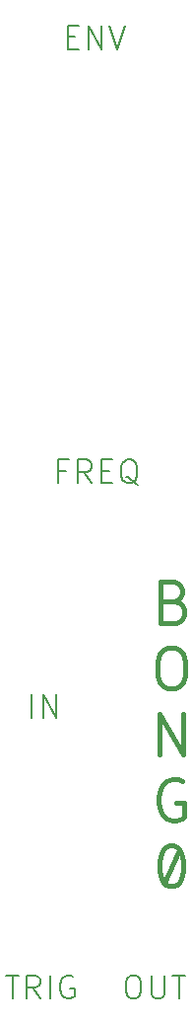
<source format=gbr>
G04 #@! TF.GenerationSoftware,KiCad,Pcbnew,(5.1.5-0)*
G04 #@! TF.CreationDate,2021-01-20T00:49:02-08:00*
G04 #@! TF.ProjectId,bong0,626f6e67-302e-46b6-9963-61645f706362,rev?*
G04 #@! TF.SameCoordinates,Original*
G04 #@! TF.FileFunction,Legend,Top*
G04 #@! TF.FilePolarity,Positive*
%FSLAX46Y46*%
G04 Gerber Fmt 4.6, Leading zero omitted, Abs format (unit mm)*
G04 Created by KiCad (PCBNEW (5.1.5-0)) date 2021-01-20 00:49:02*
%MOMM*%
%LPD*%
G04 APERTURE LIST*
%ADD10C,0.400000*%
%ADD11C,0.200000*%
G04 APERTURE END LIST*
D10*
X15600000Y-83800000D02*
X16800000Y-81200000D01*
D11*
X1952380Y-91704761D02*
X3095238Y-91704761D01*
X2523809Y-93704761D02*
X2523809Y-91704761D01*
X4904761Y-93704761D02*
X4238095Y-92752380D01*
X3761904Y-93704761D02*
X3761904Y-91704761D01*
X4523809Y-91704761D01*
X4714285Y-91800000D01*
X4809523Y-91895238D01*
X4904761Y-92085714D01*
X4904761Y-92371428D01*
X4809523Y-92561904D01*
X4714285Y-92657142D01*
X4523809Y-92752380D01*
X3761904Y-92752380D01*
X5761904Y-93704761D02*
X5761904Y-91704761D01*
X7761904Y-91800000D02*
X7571428Y-91704761D01*
X7285714Y-91704761D01*
X7000000Y-91800000D01*
X6809523Y-91990476D01*
X6714285Y-92180952D01*
X6619047Y-92561904D01*
X6619047Y-92847619D01*
X6714285Y-93228571D01*
X6809523Y-93419047D01*
X7000000Y-93609523D01*
X7285714Y-93704761D01*
X7476190Y-93704761D01*
X7761904Y-93609523D01*
X7857142Y-93514285D01*
X7857142Y-92847619D01*
X7476190Y-92847619D01*
D10*
X16450000Y-59650000D02*
X16950000Y-59816666D01*
X17116666Y-59983333D01*
X17283333Y-60316666D01*
X17283333Y-60816666D01*
X17116666Y-61150000D01*
X16950000Y-61316666D01*
X16616666Y-61483333D01*
X15283333Y-61483333D01*
X15283333Y-57983333D01*
X16450000Y-57983333D01*
X16783333Y-58150000D01*
X16950000Y-58316666D01*
X17116666Y-58650000D01*
X17116666Y-58983333D01*
X16950000Y-59316666D01*
X16783333Y-59483333D01*
X16450000Y-59650000D01*
X15283333Y-59650000D01*
X15866666Y-63633333D02*
X16533333Y-63633333D01*
X16866666Y-63800000D01*
X17200000Y-64133333D01*
X17366666Y-64800000D01*
X17366666Y-65966666D01*
X17200000Y-66633333D01*
X16866666Y-66966666D01*
X16533333Y-67133333D01*
X15866666Y-67133333D01*
X15533333Y-66966666D01*
X15200000Y-66633333D01*
X15033333Y-65966666D01*
X15033333Y-64800000D01*
X15200000Y-64133333D01*
X15533333Y-63800000D01*
X15866666Y-63633333D01*
X15200000Y-72783333D02*
X15200000Y-69283333D01*
X17200000Y-72783333D01*
X17200000Y-69283333D01*
X17116666Y-75100000D02*
X16783333Y-74933333D01*
X16283333Y-74933333D01*
X15783333Y-75100000D01*
X15450000Y-75433333D01*
X15283333Y-75766666D01*
X15116666Y-76433333D01*
X15116666Y-76933333D01*
X15283333Y-77600000D01*
X15450000Y-77933333D01*
X15783333Y-78266666D01*
X16283333Y-78433333D01*
X16616666Y-78433333D01*
X17116666Y-78266666D01*
X17283333Y-78100000D01*
X17283333Y-76933333D01*
X16616666Y-76933333D01*
X16033333Y-80583333D02*
X16366666Y-80583333D01*
X16700000Y-80750000D01*
X16866666Y-80916666D01*
X17033333Y-81250000D01*
X17200000Y-81916666D01*
X17200000Y-82750000D01*
X17033333Y-83416666D01*
X16866666Y-83750000D01*
X16700000Y-83916666D01*
X16366666Y-84083333D01*
X16033333Y-84083333D01*
X15700000Y-83916666D01*
X15533333Y-83750000D01*
X15366666Y-83416666D01*
X15200000Y-82750000D01*
X15200000Y-81916666D01*
X15366666Y-81250000D01*
X15533333Y-80916666D01*
X15700000Y-80750000D01*
X16033333Y-80583333D01*
D11*
X7266666Y-11257142D02*
X7933333Y-11257142D01*
X8219047Y-12304761D02*
X7266666Y-12304761D01*
X7266666Y-10304761D01*
X8219047Y-10304761D01*
X9076190Y-12304761D02*
X9076190Y-10304761D01*
X10219047Y-12304761D01*
X10219047Y-10304761D01*
X10885714Y-10304761D02*
X11552380Y-12304761D01*
X12219047Y-10304761D01*
X7133333Y-48457142D02*
X6466666Y-48457142D01*
X6466666Y-49504761D02*
X6466666Y-47504761D01*
X7419047Y-47504761D01*
X9323809Y-49504761D02*
X8657142Y-48552380D01*
X8180952Y-49504761D02*
X8180952Y-47504761D01*
X8942857Y-47504761D01*
X9133333Y-47600000D01*
X9228571Y-47695238D01*
X9323809Y-47885714D01*
X9323809Y-48171428D01*
X9228571Y-48361904D01*
X9133333Y-48457142D01*
X8942857Y-48552380D01*
X8180952Y-48552380D01*
X10180952Y-48457142D02*
X10847619Y-48457142D01*
X11133333Y-49504761D02*
X10180952Y-49504761D01*
X10180952Y-47504761D01*
X11133333Y-47504761D01*
X13323809Y-49695238D02*
X13133333Y-49600000D01*
X12942857Y-49409523D01*
X12657142Y-49123809D01*
X12466666Y-49028571D01*
X12276190Y-49028571D01*
X12371428Y-49504761D02*
X12180952Y-49409523D01*
X11990476Y-49219047D01*
X11895238Y-48838095D01*
X11895238Y-48171428D01*
X11990476Y-47790476D01*
X12180952Y-47600000D01*
X12371428Y-47504761D01*
X12752380Y-47504761D01*
X12942857Y-47600000D01*
X13133333Y-47790476D01*
X13228571Y-48171428D01*
X13228571Y-48838095D01*
X13133333Y-49219047D01*
X12942857Y-49409523D01*
X12752380Y-49504761D01*
X12371428Y-49504761D01*
X12750000Y-91704761D02*
X13130952Y-91704761D01*
X13321428Y-91800000D01*
X13511904Y-91990476D01*
X13607142Y-92371428D01*
X13607142Y-93038095D01*
X13511904Y-93419047D01*
X13321428Y-93609523D01*
X13130952Y-93704761D01*
X12750000Y-93704761D01*
X12559523Y-93609523D01*
X12369047Y-93419047D01*
X12273809Y-93038095D01*
X12273809Y-92371428D01*
X12369047Y-91990476D01*
X12559523Y-91800000D01*
X12750000Y-91704761D01*
X14464285Y-91704761D02*
X14464285Y-93323809D01*
X14559523Y-93514285D01*
X14654761Y-93609523D01*
X14845238Y-93704761D01*
X15226190Y-93704761D01*
X15416666Y-93609523D01*
X15511904Y-93514285D01*
X15607142Y-93323809D01*
X15607142Y-91704761D01*
X16273809Y-91704761D02*
X17416666Y-91704761D01*
X16845238Y-93704761D02*
X16845238Y-91704761D01*
X4202380Y-69654761D02*
X4202380Y-67654761D01*
X5154761Y-69654761D02*
X5154761Y-67654761D01*
X6297619Y-69654761D01*
X6297619Y-67654761D01*
M02*

</source>
